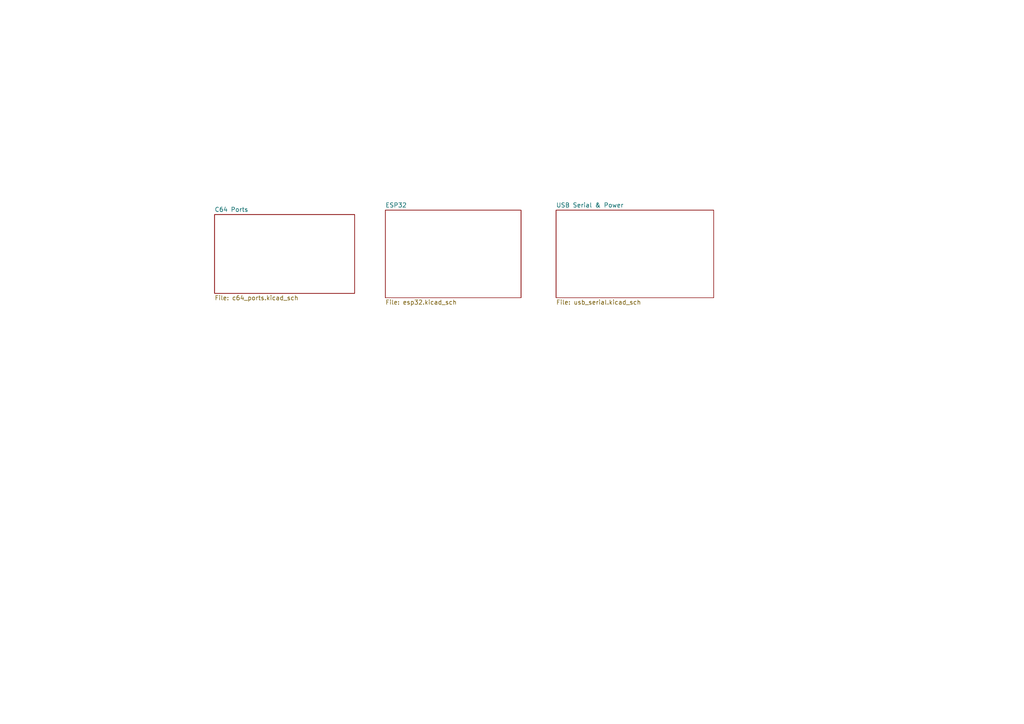
<source format=kicad_sch>
(kicad_sch (version 20211123) (generator eeschema)
  (paper "A4")
  (title_block (title "Unijoysticle 2 C64") (date "2022-07-17") (rev "A") (company "Ricardo Quesada"))
  (lib_symbols)
  (sheet (at 62.23 62.23) (size 40.64 22.86) (stroke (width 0.1524))
    (property "Sheet name" "C64 Ports" (at 62.23 61.5184 0) (effects (justify left bottom)))
    (property "Sheet file" "c64_ports.kicad_sch" (at 62.23 85.6746 0) (effects (justify left top)))
  )
  (sheet (at 111.76 60.96) (size 39.37 25.4) (stroke (width 0.1524))
    (property "Sheet name" "ESP32" (at 111.76 60.2484 0) (effects (justify left bottom)))
    (property "Sheet file" "esp32.kicad_sch" (at 111.76 86.9446 0) (effects (justify left top)))
  )
  (sheet (at 161.29 60.96) (size 45.72 25.4) (stroke (width 0.1524))
    (property "Sheet name" "USB Serial & Power" (at 161.29 60.2484 0) (effects (justify left bottom)))
    (property "Sheet file" "usb_serial.kicad_sch" (at 161.29 86.9446 0) (effects (justify left top)))
  )
)
</source>
